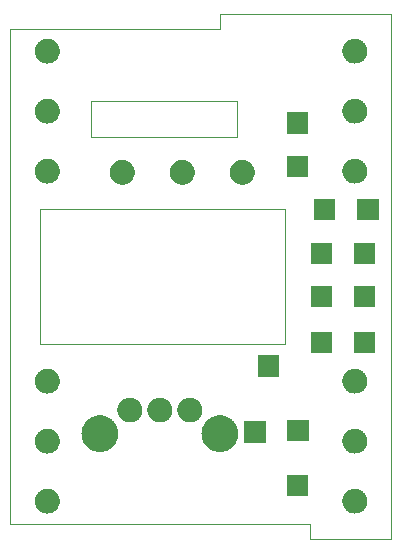
<source format=gbr>
G04 #@! TF.GenerationSoftware,KiCad,Pcbnew,6.0.0-unknown-bc26ccf~86~ubuntu18.04.1*
G04 #@! TF.CreationDate,2019-06-18T13:40:17+01:00*
G04 #@! TF.ProjectId,mouse8,6d6f7573-6538-42e6-9b69-6361645f7063,rev?*
G04 #@! TF.SameCoordinates,Original*
G04 #@! TF.FileFunction,Soldermask,Bot*
G04 #@! TF.FilePolarity,Negative*
%FSLAX46Y46*%
G04 Gerber Fmt 4.6, Leading zero omitted, Abs format (unit mm)*
G04 Created by KiCad (PCBNEW 6.0.0-unknown-bc26ccf~86~ubuntu18.04.1) date 2019-06-18 13:40:17*
%MOMM*%
%LPD*%
G04 APERTURE LIST*
%ADD10C,0.050000*%
%ADD11C,0.100000*%
G04 APERTURE END LIST*
D10*
X171653200Y-70916800D02*
X159308800Y-70916800D01*
X184632600Y-63500000D02*
X170180000Y-63500000D01*
X184632600Y-107950000D02*
X177800000Y-107950000D01*
X184632600Y-63500000D02*
X184632600Y-107950000D01*
X154940000Y-91440000D02*
X175717200Y-91440000D01*
X154940000Y-80010000D02*
X175717200Y-80010000D01*
X159308800Y-70916800D02*
X159308800Y-73914000D01*
X171653200Y-73914000D02*
X171653200Y-70916800D01*
X159308800Y-73914000D02*
X171653200Y-73914000D01*
X177800000Y-106680000D02*
X177800000Y-107950000D01*
X152400000Y-106680000D02*
X177800000Y-106680000D01*
X170180000Y-64770000D02*
X152400000Y-64770000D01*
X170180000Y-63500000D02*
X170180000Y-64770000D01*
X154940000Y-91440000D02*
X154940000Y-90805000D01*
X175717200Y-91440000D02*
X175717200Y-90805000D01*
X175717200Y-80010000D02*
X175717200Y-90805000D01*
X154940000Y-90805000D02*
X154940000Y-80010000D01*
X152400000Y-106680000D02*
X152400000Y-64770000D01*
D11*
G36*
X181669591Y-103724345D02*
G01*
X181720391Y-103724700D01*
X181771051Y-103735099D01*
X181816828Y-103739951D01*
X181866287Y-103754648D01*
X181922293Y-103766145D01*
X181964069Y-103783706D01*
X182001981Y-103794972D01*
X182053722Y-103821392D01*
X182112300Y-103846016D01*
X182144564Y-103867779D01*
X182174015Y-103882817D01*
X182225254Y-103922205D01*
X182283174Y-103961273D01*
X182306070Y-103984330D01*
X182327158Y-104000540D01*
X182374764Y-104053504D01*
X182428407Y-104107523D01*
X182442831Y-104129233D01*
X182456284Y-104144200D01*
X182496922Y-104210646D01*
X182542468Y-104279198D01*
X182549950Y-104297350D01*
X182557065Y-104308984D01*
X182587378Y-104388158D01*
X182621011Y-104469758D01*
X182623572Y-104482693D01*
X182626132Y-104489379D01*
X182642931Y-104580461D01*
X182661045Y-104671944D01*
X182657757Y-104907363D01*
X182654234Y-104922869D01*
X182654069Y-104928973D01*
X182632745Y-105017453D01*
X182612094Y-105108352D01*
X182609358Y-105114497D01*
X182609199Y-105115157D01*
X182551914Y-105243518D01*
X182528261Y-105296645D01*
X182474257Y-105373200D01*
X182420932Y-105450643D01*
X182416520Y-105455048D01*
X182409451Y-105465068D01*
X182344969Y-105526474D01*
X182284227Y-105587109D01*
X182273742Y-105594302D01*
X182260191Y-105607206D01*
X182189960Y-105651776D01*
X182124942Y-105696378D01*
X182107400Y-105704170D01*
X182086165Y-105717646D01*
X182014347Y-105745503D01*
X181948410Y-105774791D01*
X181923446Y-105780761D01*
X181894002Y-105792182D01*
X181824304Y-105804471D01*
X181760543Y-105819720D01*
X181728438Y-105821375D01*
X181691022Y-105827972D01*
X181626608Y-105826623D01*
X181567641Y-105829662D01*
X181529342Y-105824586D01*
X181484955Y-105823656D01*
X181428223Y-105811183D01*
X181376152Y-105804281D01*
X181333267Y-105790306D01*
X181283652Y-105779397D01*
X181236265Y-105758694D01*
X181192498Y-105744431D01*
X181147176Y-105719772D01*
X181094779Y-105696880D01*
X181057565Y-105671016D01*
X181022825Y-105652114D01*
X180977703Y-105615510D01*
X180925530Y-105579249D01*
X180898502Y-105551260D01*
X180872814Y-105530422D01*
X180830877Y-105481233D01*
X180782353Y-105430985D01*
X180764751Y-105403672D01*
X180747495Y-105383432D01*
X180711942Y-105321728D01*
X180670701Y-105257734D01*
X180661105Y-105233498D01*
X180651060Y-105216064D01*
X180625127Y-105142628D01*
X180594826Y-105066096D01*
X180591282Y-105046785D01*
X180586739Y-105033921D01*
X180573546Y-104950152D01*
X180557619Y-104863371D01*
X180557803Y-104850188D01*
X180556689Y-104843114D01*
X180559196Y-104750460D01*
X180560497Y-104657279D01*
X180561895Y-104650703D01*
X180561913Y-104650026D01*
X180591406Y-104511863D01*
X180603350Y-104455672D01*
X180640226Y-104369635D01*
X180676315Y-104282722D01*
X180679718Y-104277492D01*
X180684546Y-104266227D01*
X180734828Y-104192791D01*
X180781658Y-104120818D01*
X180790423Y-104111598D01*
X180800992Y-104096162D01*
X180860409Y-104037977D01*
X180914745Y-103980818D01*
X180930286Y-103969547D01*
X180948253Y-103951953D01*
X181012701Y-103909780D01*
X181071118Y-103867415D01*
X181094301Y-103856382D01*
X181120720Y-103839094D01*
X181186316Y-103812591D01*
X181245532Y-103784410D01*
X181276596Y-103776116D01*
X181311823Y-103761883D01*
X181375128Y-103749807D01*
X181432159Y-103734579D01*
X181470663Y-103731582D01*
X181514284Y-103723261D01*
X181572370Y-103723667D01*
X181624735Y-103719591D01*
X181669591Y-103724345D01*
X181669591Y-103724345D01*
G37*
G36*
X155634591Y-103724345D02*
G01*
X155685391Y-103724700D01*
X155736051Y-103735099D01*
X155781828Y-103739951D01*
X155831287Y-103754648D01*
X155887293Y-103766145D01*
X155929069Y-103783706D01*
X155966981Y-103794972D01*
X156018722Y-103821392D01*
X156077300Y-103846016D01*
X156109564Y-103867779D01*
X156139015Y-103882817D01*
X156190254Y-103922205D01*
X156248174Y-103961273D01*
X156271070Y-103984330D01*
X156292158Y-104000540D01*
X156339764Y-104053504D01*
X156393407Y-104107523D01*
X156407831Y-104129233D01*
X156421284Y-104144200D01*
X156461922Y-104210646D01*
X156507468Y-104279198D01*
X156514950Y-104297350D01*
X156522065Y-104308984D01*
X156552378Y-104388158D01*
X156586011Y-104469758D01*
X156588572Y-104482693D01*
X156591132Y-104489379D01*
X156607931Y-104580461D01*
X156626045Y-104671944D01*
X156622757Y-104907363D01*
X156619234Y-104922869D01*
X156619069Y-104928973D01*
X156597745Y-105017453D01*
X156577094Y-105108352D01*
X156574358Y-105114497D01*
X156574199Y-105115157D01*
X156516914Y-105243518D01*
X156493261Y-105296645D01*
X156439257Y-105373200D01*
X156385932Y-105450643D01*
X156381520Y-105455048D01*
X156374451Y-105465068D01*
X156309969Y-105526474D01*
X156249227Y-105587109D01*
X156238742Y-105594302D01*
X156225191Y-105607206D01*
X156154960Y-105651776D01*
X156089942Y-105696378D01*
X156072400Y-105704170D01*
X156051165Y-105717646D01*
X155979347Y-105745503D01*
X155913410Y-105774791D01*
X155888446Y-105780761D01*
X155859002Y-105792182D01*
X155789304Y-105804471D01*
X155725543Y-105819720D01*
X155693438Y-105821375D01*
X155656022Y-105827972D01*
X155591608Y-105826623D01*
X155532641Y-105829662D01*
X155494342Y-105824586D01*
X155449955Y-105823656D01*
X155393223Y-105811183D01*
X155341152Y-105804281D01*
X155298267Y-105790306D01*
X155248652Y-105779397D01*
X155201265Y-105758694D01*
X155157498Y-105744431D01*
X155112176Y-105719772D01*
X155059779Y-105696880D01*
X155022565Y-105671016D01*
X154987825Y-105652114D01*
X154942703Y-105615510D01*
X154890530Y-105579249D01*
X154863502Y-105551260D01*
X154837814Y-105530422D01*
X154795877Y-105481233D01*
X154747353Y-105430985D01*
X154729751Y-105403672D01*
X154712495Y-105383432D01*
X154676942Y-105321728D01*
X154635701Y-105257734D01*
X154626105Y-105233498D01*
X154616060Y-105216064D01*
X154590127Y-105142628D01*
X154559826Y-105066096D01*
X154556282Y-105046785D01*
X154551739Y-105033921D01*
X154538546Y-104950152D01*
X154522619Y-104863371D01*
X154522803Y-104850188D01*
X154521689Y-104843114D01*
X154524196Y-104750460D01*
X154525497Y-104657279D01*
X154526895Y-104650703D01*
X154526913Y-104650026D01*
X154556406Y-104511863D01*
X154568350Y-104455672D01*
X154605226Y-104369635D01*
X154641315Y-104282722D01*
X154644718Y-104277492D01*
X154649546Y-104266227D01*
X154699828Y-104192791D01*
X154746658Y-104120818D01*
X154755423Y-104111598D01*
X154765992Y-104096162D01*
X154825409Y-104037977D01*
X154879745Y-103980818D01*
X154895286Y-103969547D01*
X154913253Y-103951953D01*
X154977701Y-103909780D01*
X155036118Y-103867415D01*
X155059301Y-103856382D01*
X155085720Y-103839094D01*
X155151316Y-103812591D01*
X155210532Y-103784410D01*
X155241596Y-103776116D01*
X155276823Y-103761883D01*
X155340128Y-103749807D01*
X155397159Y-103734579D01*
X155435663Y-103731582D01*
X155479284Y-103723261D01*
X155537370Y-103723667D01*
X155589735Y-103719591D01*
X155634591Y-103724345D01*
X155634591Y-103724345D01*
G37*
G36*
X177685000Y-104329800D02*
G01*
X175883000Y-104329800D01*
X175883000Y-102527800D01*
X177685000Y-102527800D01*
X177685000Y-104329800D01*
X177685000Y-104329800D01*
G37*
G36*
X155634591Y-98644345D02*
G01*
X155685391Y-98644700D01*
X155736051Y-98655099D01*
X155781828Y-98659951D01*
X155831287Y-98674648D01*
X155887293Y-98686145D01*
X155929069Y-98703706D01*
X155966981Y-98714972D01*
X156018722Y-98741392D01*
X156077300Y-98766016D01*
X156109564Y-98787779D01*
X156139015Y-98802817D01*
X156190254Y-98842205D01*
X156248174Y-98881273D01*
X156271070Y-98904330D01*
X156292158Y-98920540D01*
X156339764Y-98973504D01*
X156393407Y-99027523D01*
X156407831Y-99049233D01*
X156421284Y-99064200D01*
X156461922Y-99130646D01*
X156507468Y-99199198D01*
X156514950Y-99217350D01*
X156522065Y-99228984D01*
X156552378Y-99308158D01*
X156586011Y-99389758D01*
X156588572Y-99402693D01*
X156591132Y-99409379D01*
X156607931Y-99500461D01*
X156626045Y-99591944D01*
X156622757Y-99827363D01*
X156619234Y-99842869D01*
X156619069Y-99848973D01*
X156597745Y-99937453D01*
X156577094Y-100028352D01*
X156574358Y-100034497D01*
X156574199Y-100035157D01*
X156516914Y-100163518D01*
X156493261Y-100216645D01*
X156439257Y-100293200D01*
X156385932Y-100370643D01*
X156381520Y-100375048D01*
X156374451Y-100385068D01*
X156309969Y-100446474D01*
X156249227Y-100507109D01*
X156238742Y-100514302D01*
X156225191Y-100527206D01*
X156154960Y-100571776D01*
X156089942Y-100616378D01*
X156072400Y-100624170D01*
X156051165Y-100637646D01*
X155979347Y-100665503D01*
X155913410Y-100694791D01*
X155888446Y-100700761D01*
X155859002Y-100712182D01*
X155789304Y-100724471D01*
X155725543Y-100739720D01*
X155693438Y-100741375D01*
X155656022Y-100747972D01*
X155591608Y-100746623D01*
X155532641Y-100749662D01*
X155494342Y-100744586D01*
X155449955Y-100743656D01*
X155393223Y-100731183D01*
X155341152Y-100724281D01*
X155298267Y-100710306D01*
X155248652Y-100699397D01*
X155201265Y-100678694D01*
X155157498Y-100664431D01*
X155112176Y-100639772D01*
X155059779Y-100616880D01*
X155022565Y-100591016D01*
X154987825Y-100572114D01*
X154942703Y-100535510D01*
X154890530Y-100499249D01*
X154863502Y-100471260D01*
X154837814Y-100450422D01*
X154795877Y-100401233D01*
X154747353Y-100350985D01*
X154729751Y-100323672D01*
X154712495Y-100303432D01*
X154676942Y-100241728D01*
X154635701Y-100177734D01*
X154626105Y-100153498D01*
X154616060Y-100136064D01*
X154590127Y-100062628D01*
X154559826Y-99986096D01*
X154556282Y-99966785D01*
X154551739Y-99953921D01*
X154538546Y-99870152D01*
X154522619Y-99783371D01*
X154522803Y-99770188D01*
X154521689Y-99763114D01*
X154524196Y-99670460D01*
X154525497Y-99577279D01*
X154526895Y-99570703D01*
X154526913Y-99570026D01*
X154556406Y-99431863D01*
X154568350Y-99375672D01*
X154605226Y-99289635D01*
X154641315Y-99202722D01*
X154644718Y-99197492D01*
X154649546Y-99186227D01*
X154699828Y-99112791D01*
X154746658Y-99040818D01*
X154755423Y-99031598D01*
X154765992Y-99016162D01*
X154825409Y-98957977D01*
X154879745Y-98900818D01*
X154895286Y-98889547D01*
X154913253Y-98871953D01*
X154977701Y-98829780D01*
X155036118Y-98787415D01*
X155059301Y-98776382D01*
X155085720Y-98759094D01*
X155151316Y-98732591D01*
X155210532Y-98704410D01*
X155241596Y-98696116D01*
X155276823Y-98681883D01*
X155340128Y-98669807D01*
X155397159Y-98654579D01*
X155435663Y-98651582D01*
X155479284Y-98643261D01*
X155537370Y-98643667D01*
X155589735Y-98639591D01*
X155634591Y-98644345D01*
X155634591Y-98644345D01*
G37*
G36*
X181669591Y-98644345D02*
G01*
X181720391Y-98644700D01*
X181771051Y-98655099D01*
X181816828Y-98659951D01*
X181866287Y-98674648D01*
X181922293Y-98686145D01*
X181964069Y-98703706D01*
X182001981Y-98714972D01*
X182053722Y-98741392D01*
X182112300Y-98766016D01*
X182144564Y-98787779D01*
X182174015Y-98802817D01*
X182225254Y-98842205D01*
X182283174Y-98881273D01*
X182306070Y-98904330D01*
X182327158Y-98920540D01*
X182374764Y-98973504D01*
X182428407Y-99027523D01*
X182442831Y-99049233D01*
X182456284Y-99064200D01*
X182496922Y-99130646D01*
X182542468Y-99199198D01*
X182549950Y-99217350D01*
X182557065Y-99228984D01*
X182587378Y-99308158D01*
X182621011Y-99389758D01*
X182623572Y-99402693D01*
X182626132Y-99409379D01*
X182642931Y-99500461D01*
X182661045Y-99591944D01*
X182657757Y-99827363D01*
X182654234Y-99842869D01*
X182654069Y-99848973D01*
X182632745Y-99937453D01*
X182612094Y-100028352D01*
X182609358Y-100034497D01*
X182609199Y-100035157D01*
X182551914Y-100163518D01*
X182528261Y-100216645D01*
X182474257Y-100293200D01*
X182420932Y-100370643D01*
X182416520Y-100375048D01*
X182409451Y-100385068D01*
X182344969Y-100446474D01*
X182284227Y-100507109D01*
X182273742Y-100514302D01*
X182260191Y-100527206D01*
X182189960Y-100571776D01*
X182124942Y-100616378D01*
X182107400Y-100624170D01*
X182086165Y-100637646D01*
X182014347Y-100665503D01*
X181948410Y-100694791D01*
X181923446Y-100700761D01*
X181894002Y-100712182D01*
X181824304Y-100724471D01*
X181760543Y-100739720D01*
X181728438Y-100741375D01*
X181691022Y-100747972D01*
X181626608Y-100746623D01*
X181567641Y-100749662D01*
X181529342Y-100744586D01*
X181484955Y-100743656D01*
X181428223Y-100731183D01*
X181376152Y-100724281D01*
X181333267Y-100710306D01*
X181283652Y-100699397D01*
X181236265Y-100678694D01*
X181192498Y-100664431D01*
X181147176Y-100639772D01*
X181094779Y-100616880D01*
X181057565Y-100591016D01*
X181022825Y-100572114D01*
X180977703Y-100535510D01*
X180925530Y-100499249D01*
X180898502Y-100471260D01*
X180872814Y-100450422D01*
X180830877Y-100401233D01*
X180782353Y-100350985D01*
X180764751Y-100323672D01*
X180747495Y-100303432D01*
X180711942Y-100241728D01*
X180670701Y-100177734D01*
X180661105Y-100153498D01*
X180651060Y-100136064D01*
X180625127Y-100062628D01*
X180594826Y-99986096D01*
X180591282Y-99966785D01*
X180586739Y-99953921D01*
X180573546Y-99870152D01*
X180557619Y-99783371D01*
X180557803Y-99770188D01*
X180556689Y-99763114D01*
X180559196Y-99670460D01*
X180560497Y-99577279D01*
X180561895Y-99570703D01*
X180561913Y-99570026D01*
X180591406Y-99431863D01*
X180603350Y-99375672D01*
X180640226Y-99289635D01*
X180676315Y-99202722D01*
X180679718Y-99197492D01*
X180684546Y-99186227D01*
X180734828Y-99112791D01*
X180781658Y-99040818D01*
X180790423Y-99031598D01*
X180800992Y-99016162D01*
X180860409Y-98957977D01*
X180914745Y-98900818D01*
X180930286Y-98889547D01*
X180948253Y-98871953D01*
X181012701Y-98829780D01*
X181071118Y-98787415D01*
X181094301Y-98776382D01*
X181120720Y-98759094D01*
X181186316Y-98732591D01*
X181245532Y-98704410D01*
X181276596Y-98696116D01*
X181311823Y-98681883D01*
X181375128Y-98669807D01*
X181432159Y-98654579D01*
X181470663Y-98651582D01*
X181514284Y-98643261D01*
X181572370Y-98643667D01*
X181624735Y-98639591D01*
X181669591Y-98644345D01*
X181669591Y-98644345D01*
G37*
G36*
X160034870Y-97507503D02*
G01*
X160090587Y-97505557D01*
X160157861Y-97514056D01*
X160220350Y-97517385D01*
X160276239Y-97529010D01*
X160338205Y-97536838D01*
X160396838Y-97554095D01*
X160451387Y-97565441D01*
X160511309Y-97587785D01*
X160577637Y-97607307D01*
X160626700Y-97630814D01*
X160672485Y-97647887D01*
X160734355Y-97682394D01*
X160802722Y-97715150D01*
X160841870Y-97742359D01*
X160878580Y-97762833D01*
X160939992Y-97810555D01*
X161007669Y-97857592D01*
X161037117Y-97886029D01*
X161064905Y-97907623D01*
X161123181Y-97969140D01*
X161187207Y-98030969D01*
X161207690Y-98058349D01*
X161227196Y-98078940D01*
X161279539Y-98154391D01*
X161336715Y-98230821D01*
X161349424Y-98255130D01*
X161361703Y-98272831D01*
X161405241Y-98361900D01*
X161452347Y-98452005D01*
X161458868Y-98471606D01*
X161465330Y-98484827D01*
X161497204Y-98586849D01*
X161531129Y-98688831D01*
X161533351Y-98702547D01*
X161535703Y-98710077D01*
X161553218Y-98825216D01*
X161571033Y-98935207D01*
X161568079Y-99217248D01*
X161561707Y-99251966D01*
X161561166Y-99270197D01*
X161541162Y-99363910D01*
X161523024Y-99462734D01*
X161515639Y-99483474D01*
X161512281Y-99499204D01*
X161474978Y-99597664D01*
X161439300Y-99697859D01*
X161431956Y-99711218D01*
X161428676Y-99719875D01*
X161372486Y-99819393D01*
X161319061Y-99916573D01*
X161313852Y-99923240D01*
X161312659Y-99925353D01*
X161227525Y-100033734D01*
X161165400Y-100113249D01*
X161084204Y-100188438D01*
X160994728Y-100272314D01*
X160990477Y-100275230D01*
X160982271Y-100282829D01*
X160891065Y-100343426D01*
X160800132Y-100405806D01*
X160789346Y-100411009D01*
X160774386Y-100420948D01*
X160679597Y-100463946D01*
X160587593Y-100508324D01*
X160569603Y-100513841D01*
X160547091Y-100524053D01*
X160452529Y-100549745D01*
X160361988Y-100577512D01*
X160336633Y-100581234D01*
X160306237Y-100589492D01*
X160215124Y-100599068D01*
X160128513Y-100611781D01*
X160096058Y-100611583D01*
X160058018Y-100615581D01*
X159973077Y-100610832D01*
X159892537Y-100610340D01*
X159853732Y-100604159D01*
X159808820Y-100601648D01*
X159732188Y-100584799D01*
X159659503Y-100573222D01*
X159615572Y-100559160D01*
X159565056Y-100548053D01*
X159498282Y-100521615D01*
X159434751Y-100501279D01*
X159387318Y-100477681D01*
X159332997Y-100456174D01*
X159277052Y-100422824D01*
X159223481Y-100396173D01*
X159174562Y-100361729D01*
X159118612Y-100328376D01*
X159073850Y-100290816D01*
X159030537Y-100260319D01*
X158982434Y-100214109D01*
X158927418Y-100167945D01*
X158893622Y-100128792D01*
X158860359Y-100096838D01*
X158815609Y-100038413D01*
X158764333Y-99979009D01*
X158740758Y-99940688D01*
X158716869Y-99909499D01*
X158678132Y-99838891D01*
X158633554Y-99766430D01*
X158618980Y-99731071D01*
X158603367Y-99702612D01*
X158573347Y-99620357D01*
X158538444Y-99535676D01*
X158531254Y-99505023D01*
X158522464Y-99480937D01*
X158503818Y-99388049D01*
X158481451Y-99292684D01*
X158479727Y-99268029D01*
X158476023Y-99249577D01*
X158471300Y-99147527D01*
X158464040Y-99043705D01*
X158465668Y-99025820D01*
X158465114Y-99013855D01*
X158476738Y-98904177D01*
X158486661Y-98795146D01*
X158489442Y-98784316D01*
X158489985Y-98779190D01*
X158521189Y-98660668D01*
X158548731Y-98553401D01*
X158589091Y-98461021D01*
X158643971Y-98334502D01*
X158645264Y-98332445D01*
X158648652Y-98324690D01*
X158708740Y-98231452D01*
X158769542Y-98134713D01*
X158775595Y-98127713D01*
X158783855Y-98114896D01*
X158855058Y-98035817D01*
X158923893Y-97956212D01*
X158936124Y-97945785D01*
X158950861Y-97929417D01*
X159029191Y-97866438D01*
X159103465Y-97803114D01*
X159122935Y-97791065D01*
X159145373Y-97773025D01*
X159227267Y-97726503D01*
X159304129Y-97678939D01*
X159331484Y-97667299D01*
X159362387Y-97649744D01*
X159444567Y-97619182D01*
X159521259Y-97586549D01*
X159556685Y-97577486D01*
X159596320Y-97562746D01*
X159675882Y-97546992D01*
X159749877Y-97528062D01*
X159793059Y-97523790D01*
X159841153Y-97514267D01*
X159915594Y-97511668D01*
X159984709Y-97504830D01*
X160034870Y-97507503D01*
X160034870Y-97507503D01*
G37*
G36*
X170194870Y-97507503D02*
G01*
X170250587Y-97505557D01*
X170317861Y-97514056D01*
X170380350Y-97517385D01*
X170436239Y-97529010D01*
X170498205Y-97536838D01*
X170556838Y-97554095D01*
X170611387Y-97565441D01*
X170671309Y-97587785D01*
X170737637Y-97607307D01*
X170786700Y-97630814D01*
X170832485Y-97647887D01*
X170894355Y-97682394D01*
X170962722Y-97715150D01*
X171001870Y-97742359D01*
X171038580Y-97762833D01*
X171099992Y-97810555D01*
X171167669Y-97857592D01*
X171197117Y-97886029D01*
X171224905Y-97907623D01*
X171283181Y-97969140D01*
X171347207Y-98030969D01*
X171367690Y-98058349D01*
X171387196Y-98078940D01*
X171439539Y-98154391D01*
X171496715Y-98230821D01*
X171509424Y-98255130D01*
X171521703Y-98272831D01*
X171565241Y-98361900D01*
X171612347Y-98452005D01*
X171618868Y-98471606D01*
X171625330Y-98484827D01*
X171657204Y-98586849D01*
X171691129Y-98688831D01*
X171693351Y-98702547D01*
X171695703Y-98710077D01*
X171713218Y-98825216D01*
X171731033Y-98935207D01*
X171728079Y-99217248D01*
X171721707Y-99251966D01*
X171721166Y-99270197D01*
X171701162Y-99363910D01*
X171683024Y-99462734D01*
X171675639Y-99483474D01*
X171672281Y-99499204D01*
X171634978Y-99597664D01*
X171599300Y-99697859D01*
X171591956Y-99711218D01*
X171588676Y-99719875D01*
X171532486Y-99819393D01*
X171479061Y-99916573D01*
X171473852Y-99923240D01*
X171472659Y-99925353D01*
X171387525Y-100033734D01*
X171325400Y-100113249D01*
X171244204Y-100188438D01*
X171154728Y-100272314D01*
X171150477Y-100275230D01*
X171142271Y-100282829D01*
X171051065Y-100343426D01*
X170960132Y-100405806D01*
X170949346Y-100411009D01*
X170934386Y-100420948D01*
X170839597Y-100463946D01*
X170747593Y-100508324D01*
X170729603Y-100513841D01*
X170707091Y-100524053D01*
X170612529Y-100549745D01*
X170521988Y-100577512D01*
X170496633Y-100581234D01*
X170466237Y-100589492D01*
X170375124Y-100599068D01*
X170288513Y-100611781D01*
X170256058Y-100611583D01*
X170218018Y-100615581D01*
X170133077Y-100610832D01*
X170052537Y-100610340D01*
X170013732Y-100604159D01*
X169968820Y-100601648D01*
X169892188Y-100584799D01*
X169819503Y-100573222D01*
X169775572Y-100559160D01*
X169725056Y-100548053D01*
X169658282Y-100521615D01*
X169594751Y-100501279D01*
X169547318Y-100477681D01*
X169492997Y-100456174D01*
X169437052Y-100422824D01*
X169383481Y-100396173D01*
X169334562Y-100361729D01*
X169278612Y-100328376D01*
X169233850Y-100290816D01*
X169190537Y-100260319D01*
X169142434Y-100214109D01*
X169087418Y-100167945D01*
X169053622Y-100128792D01*
X169020359Y-100096838D01*
X168975609Y-100038413D01*
X168924333Y-99979009D01*
X168900758Y-99940688D01*
X168876869Y-99909499D01*
X168838132Y-99838891D01*
X168793554Y-99766430D01*
X168778980Y-99731071D01*
X168763367Y-99702612D01*
X168733347Y-99620357D01*
X168698444Y-99535676D01*
X168691254Y-99505023D01*
X168682464Y-99480937D01*
X168663818Y-99388049D01*
X168641451Y-99292684D01*
X168639727Y-99268029D01*
X168636023Y-99249577D01*
X168631300Y-99147527D01*
X168624040Y-99043705D01*
X168625668Y-99025820D01*
X168625114Y-99013855D01*
X168636738Y-98904177D01*
X168646661Y-98795146D01*
X168649442Y-98784316D01*
X168649985Y-98779190D01*
X168681189Y-98660668D01*
X168708731Y-98553401D01*
X168749091Y-98461021D01*
X168803971Y-98334502D01*
X168805264Y-98332445D01*
X168808652Y-98324690D01*
X168868740Y-98231452D01*
X168929542Y-98134713D01*
X168935595Y-98127713D01*
X168943855Y-98114896D01*
X169015058Y-98035817D01*
X169083893Y-97956212D01*
X169096124Y-97945785D01*
X169110861Y-97929417D01*
X169189191Y-97866438D01*
X169263465Y-97803114D01*
X169282935Y-97791065D01*
X169305373Y-97773025D01*
X169387267Y-97726503D01*
X169464129Y-97678939D01*
X169491484Y-97667299D01*
X169522387Y-97649744D01*
X169604567Y-97619182D01*
X169681259Y-97586549D01*
X169716685Y-97577486D01*
X169756320Y-97562746D01*
X169835882Y-97546992D01*
X169909877Y-97528062D01*
X169953059Y-97523790D01*
X170001153Y-97514267D01*
X170075594Y-97511668D01*
X170144709Y-97504830D01*
X170194870Y-97507503D01*
X170194870Y-97507503D01*
G37*
G36*
X174052800Y-99834000D02*
G01*
X172250800Y-99834000D01*
X172250800Y-98032000D01*
X174052800Y-98032000D01*
X174052800Y-99834000D01*
X174052800Y-99834000D01*
G37*
G36*
X177710400Y-99732400D02*
G01*
X175908400Y-99732400D01*
X175908400Y-97930400D01*
X177710400Y-97930400D01*
X177710400Y-99732400D01*
X177710400Y-99732400D01*
G37*
G36*
X162619591Y-96009345D02*
G01*
X162670391Y-96009700D01*
X162721051Y-96020099D01*
X162766828Y-96024951D01*
X162816287Y-96039648D01*
X162872293Y-96051145D01*
X162914069Y-96068706D01*
X162951981Y-96079972D01*
X163003722Y-96106392D01*
X163062300Y-96131016D01*
X163094564Y-96152779D01*
X163124015Y-96167817D01*
X163175254Y-96207205D01*
X163233174Y-96246273D01*
X163256070Y-96269330D01*
X163277158Y-96285540D01*
X163324764Y-96338504D01*
X163378407Y-96392523D01*
X163392831Y-96414233D01*
X163406284Y-96429200D01*
X163446922Y-96495646D01*
X163492468Y-96564198D01*
X163499950Y-96582350D01*
X163507065Y-96593984D01*
X163537378Y-96673158D01*
X163571011Y-96754758D01*
X163573572Y-96767693D01*
X163576132Y-96774379D01*
X163592931Y-96865461D01*
X163611045Y-96956944D01*
X163607757Y-97192363D01*
X163604234Y-97207869D01*
X163604069Y-97213973D01*
X163582745Y-97302453D01*
X163562094Y-97393352D01*
X163559358Y-97399497D01*
X163559199Y-97400157D01*
X163502118Y-97528062D01*
X163478261Y-97581645D01*
X163424257Y-97658200D01*
X163370932Y-97735643D01*
X163366520Y-97740048D01*
X163359451Y-97750068D01*
X163294969Y-97811474D01*
X163234227Y-97872109D01*
X163223742Y-97879302D01*
X163210191Y-97892206D01*
X163139960Y-97936776D01*
X163074942Y-97981378D01*
X163057400Y-97989170D01*
X163036165Y-98002646D01*
X162964347Y-98030503D01*
X162898410Y-98059791D01*
X162873446Y-98065761D01*
X162844002Y-98077182D01*
X162774304Y-98089471D01*
X162710543Y-98104720D01*
X162678438Y-98106375D01*
X162641022Y-98112972D01*
X162576608Y-98111623D01*
X162517641Y-98114662D01*
X162479342Y-98109586D01*
X162434955Y-98108656D01*
X162378223Y-98096183D01*
X162326152Y-98089281D01*
X162283267Y-98075306D01*
X162233652Y-98064397D01*
X162186265Y-98043694D01*
X162142498Y-98029431D01*
X162097176Y-98004772D01*
X162044779Y-97981880D01*
X162007565Y-97956016D01*
X161972825Y-97937114D01*
X161927703Y-97900510D01*
X161875530Y-97864249D01*
X161848502Y-97836260D01*
X161822814Y-97815422D01*
X161780877Y-97766233D01*
X161732353Y-97715985D01*
X161714751Y-97688672D01*
X161697495Y-97668432D01*
X161661942Y-97606728D01*
X161620701Y-97542734D01*
X161611105Y-97518498D01*
X161601060Y-97501064D01*
X161575127Y-97427628D01*
X161544826Y-97351096D01*
X161541282Y-97331785D01*
X161536739Y-97318921D01*
X161523546Y-97235152D01*
X161507619Y-97148371D01*
X161507803Y-97135188D01*
X161506689Y-97128114D01*
X161509196Y-97035460D01*
X161510497Y-96942279D01*
X161511895Y-96935703D01*
X161511913Y-96935026D01*
X161541406Y-96796863D01*
X161553350Y-96740672D01*
X161590226Y-96654635D01*
X161626315Y-96567722D01*
X161629718Y-96562492D01*
X161634546Y-96551227D01*
X161684828Y-96477791D01*
X161731658Y-96405818D01*
X161740423Y-96396598D01*
X161750992Y-96381162D01*
X161810409Y-96322977D01*
X161864745Y-96265818D01*
X161880286Y-96254547D01*
X161898253Y-96236953D01*
X161962701Y-96194780D01*
X162021118Y-96152415D01*
X162044301Y-96141382D01*
X162070720Y-96124094D01*
X162136316Y-96097591D01*
X162195532Y-96069410D01*
X162226596Y-96061116D01*
X162261823Y-96046883D01*
X162325128Y-96034807D01*
X162382159Y-96019579D01*
X162420663Y-96016582D01*
X162464284Y-96008261D01*
X162522370Y-96008667D01*
X162574735Y-96004591D01*
X162619591Y-96009345D01*
X162619591Y-96009345D01*
G37*
G36*
X167699591Y-96009345D02*
G01*
X167750391Y-96009700D01*
X167801051Y-96020099D01*
X167846828Y-96024951D01*
X167896287Y-96039648D01*
X167952293Y-96051145D01*
X167994069Y-96068706D01*
X168031981Y-96079972D01*
X168083722Y-96106392D01*
X168142300Y-96131016D01*
X168174564Y-96152779D01*
X168204015Y-96167817D01*
X168255254Y-96207205D01*
X168313174Y-96246273D01*
X168336070Y-96269330D01*
X168357158Y-96285540D01*
X168404764Y-96338504D01*
X168458407Y-96392523D01*
X168472831Y-96414233D01*
X168486284Y-96429200D01*
X168526922Y-96495646D01*
X168572468Y-96564198D01*
X168579950Y-96582350D01*
X168587065Y-96593984D01*
X168617378Y-96673158D01*
X168651011Y-96754758D01*
X168653572Y-96767693D01*
X168656132Y-96774379D01*
X168672931Y-96865461D01*
X168691045Y-96956944D01*
X168687757Y-97192363D01*
X168684234Y-97207869D01*
X168684069Y-97213973D01*
X168662745Y-97302453D01*
X168642094Y-97393352D01*
X168639358Y-97399497D01*
X168639199Y-97400157D01*
X168582118Y-97528062D01*
X168558261Y-97581645D01*
X168504257Y-97658200D01*
X168450932Y-97735643D01*
X168446520Y-97740048D01*
X168439451Y-97750068D01*
X168374969Y-97811474D01*
X168314227Y-97872109D01*
X168303742Y-97879302D01*
X168290191Y-97892206D01*
X168219960Y-97936776D01*
X168154942Y-97981378D01*
X168137400Y-97989170D01*
X168116165Y-98002646D01*
X168044347Y-98030503D01*
X167978410Y-98059791D01*
X167953446Y-98065761D01*
X167924002Y-98077182D01*
X167854304Y-98089471D01*
X167790543Y-98104720D01*
X167758438Y-98106375D01*
X167721022Y-98112972D01*
X167656608Y-98111623D01*
X167597641Y-98114662D01*
X167559342Y-98109586D01*
X167514955Y-98108656D01*
X167458223Y-98096183D01*
X167406152Y-98089281D01*
X167363267Y-98075306D01*
X167313652Y-98064397D01*
X167266265Y-98043694D01*
X167222498Y-98029431D01*
X167177176Y-98004772D01*
X167124779Y-97981880D01*
X167087565Y-97956016D01*
X167052825Y-97937114D01*
X167007703Y-97900510D01*
X166955530Y-97864249D01*
X166928502Y-97836260D01*
X166902814Y-97815422D01*
X166860877Y-97766233D01*
X166812353Y-97715985D01*
X166794751Y-97688672D01*
X166777495Y-97668432D01*
X166741942Y-97606728D01*
X166700701Y-97542734D01*
X166691105Y-97518498D01*
X166681060Y-97501064D01*
X166655127Y-97427628D01*
X166624826Y-97351096D01*
X166621282Y-97331785D01*
X166616739Y-97318921D01*
X166603546Y-97235152D01*
X166587619Y-97148371D01*
X166587803Y-97135188D01*
X166586689Y-97128114D01*
X166589196Y-97035460D01*
X166590497Y-96942279D01*
X166591895Y-96935703D01*
X166591913Y-96935026D01*
X166621406Y-96796863D01*
X166633350Y-96740672D01*
X166670226Y-96654635D01*
X166706315Y-96567722D01*
X166709718Y-96562492D01*
X166714546Y-96551227D01*
X166764828Y-96477791D01*
X166811658Y-96405818D01*
X166820423Y-96396598D01*
X166830992Y-96381162D01*
X166890409Y-96322977D01*
X166944745Y-96265818D01*
X166960286Y-96254547D01*
X166978253Y-96236953D01*
X167042701Y-96194780D01*
X167101118Y-96152415D01*
X167124301Y-96141382D01*
X167150720Y-96124094D01*
X167216316Y-96097591D01*
X167275532Y-96069410D01*
X167306596Y-96061116D01*
X167341823Y-96046883D01*
X167405128Y-96034807D01*
X167462159Y-96019579D01*
X167500663Y-96016582D01*
X167544284Y-96008261D01*
X167602370Y-96008667D01*
X167654735Y-96004591D01*
X167699591Y-96009345D01*
X167699591Y-96009345D01*
G37*
G36*
X165159591Y-96009345D02*
G01*
X165210391Y-96009700D01*
X165261051Y-96020099D01*
X165306828Y-96024951D01*
X165356287Y-96039648D01*
X165412293Y-96051145D01*
X165454069Y-96068706D01*
X165491981Y-96079972D01*
X165543722Y-96106392D01*
X165602300Y-96131016D01*
X165634564Y-96152779D01*
X165664015Y-96167817D01*
X165715254Y-96207205D01*
X165773174Y-96246273D01*
X165796070Y-96269330D01*
X165817158Y-96285540D01*
X165864764Y-96338504D01*
X165918407Y-96392523D01*
X165932831Y-96414233D01*
X165946284Y-96429200D01*
X165986922Y-96495646D01*
X166032468Y-96564198D01*
X166039950Y-96582350D01*
X166047065Y-96593984D01*
X166077378Y-96673158D01*
X166111011Y-96754758D01*
X166113572Y-96767693D01*
X166116132Y-96774379D01*
X166132931Y-96865461D01*
X166151045Y-96956944D01*
X166147757Y-97192363D01*
X166144234Y-97207869D01*
X166144069Y-97213973D01*
X166122745Y-97302453D01*
X166102094Y-97393352D01*
X166099358Y-97399497D01*
X166099199Y-97400157D01*
X166042118Y-97528062D01*
X166018261Y-97581645D01*
X165964257Y-97658200D01*
X165910932Y-97735643D01*
X165906520Y-97740048D01*
X165899451Y-97750068D01*
X165834969Y-97811474D01*
X165774227Y-97872109D01*
X165763742Y-97879302D01*
X165750191Y-97892206D01*
X165679960Y-97936776D01*
X165614942Y-97981378D01*
X165597400Y-97989170D01*
X165576165Y-98002646D01*
X165504347Y-98030503D01*
X165438410Y-98059791D01*
X165413446Y-98065761D01*
X165384002Y-98077182D01*
X165314304Y-98089471D01*
X165250543Y-98104720D01*
X165218438Y-98106375D01*
X165181022Y-98112972D01*
X165116608Y-98111623D01*
X165057641Y-98114662D01*
X165019342Y-98109586D01*
X164974955Y-98108656D01*
X164918223Y-98096183D01*
X164866152Y-98089281D01*
X164823267Y-98075306D01*
X164773652Y-98064397D01*
X164726265Y-98043694D01*
X164682498Y-98029431D01*
X164637176Y-98004772D01*
X164584779Y-97981880D01*
X164547565Y-97956016D01*
X164512825Y-97937114D01*
X164467703Y-97900510D01*
X164415530Y-97864249D01*
X164388502Y-97836260D01*
X164362814Y-97815422D01*
X164320877Y-97766233D01*
X164272353Y-97715985D01*
X164254751Y-97688672D01*
X164237495Y-97668432D01*
X164201942Y-97606728D01*
X164160701Y-97542734D01*
X164151105Y-97518498D01*
X164141060Y-97501064D01*
X164115127Y-97427628D01*
X164084826Y-97351096D01*
X164081282Y-97331785D01*
X164076739Y-97318921D01*
X164063546Y-97235152D01*
X164047619Y-97148371D01*
X164047803Y-97135188D01*
X164046689Y-97128114D01*
X164049196Y-97035460D01*
X164050497Y-96942279D01*
X164051895Y-96935703D01*
X164051913Y-96935026D01*
X164081406Y-96796863D01*
X164093350Y-96740672D01*
X164130226Y-96654635D01*
X164166315Y-96567722D01*
X164169718Y-96562492D01*
X164174546Y-96551227D01*
X164224828Y-96477791D01*
X164271658Y-96405818D01*
X164280423Y-96396598D01*
X164290992Y-96381162D01*
X164350409Y-96322977D01*
X164404745Y-96265818D01*
X164420286Y-96254547D01*
X164438253Y-96236953D01*
X164502701Y-96194780D01*
X164561118Y-96152415D01*
X164584301Y-96141382D01*
X164610720Y-96124094D01*
X164676316Y-96097591D01*
X164735532Y-96069410D01*
X164766596Y-96061116D01*
X164801823Y-96046883D01*
X164865128Y-96034807D01*
X164922159Y-96019579D01*
X164960663Y-96016582D01*
X165004284Y-96008261D01*
X165062370Y-96008667D01*
X165114735Y-96004591D01*
X165159591Y-96009345D01*
X165159591Y-96009345D01*
G37*
G36*
X181669591Y-93564345D02*
G01*
X181720391Y-93564700D01*
X181771051Y-93575099D01*
X181816828Y-93579951D01*
X181866287Y-93594648D01*
X181922293Y-93606145D01*
X181964069Y-93623706D01*
X182001981Y-93634972D01*
X182053722Y-93661392D01*
X182112300Y-93686016D01*
X182144564Y-93707779D01*
X182174015Y-93722817D01*
X182225254Y-93762205D01*
X182283174Y-93801273D01*
X182306070Y-93824330D01*
X182327158Y-93840540D01*
X182374764Y-93893504D01*
X182428407Y-93947523D01*
X182442831Y-93969233D01*
X182456284Y-93984200D01*
X182496922Y-94050646D01*
X182542468Y-94119198D01*
X182549950Y-94137350D01*
X182557065Y-94148984D01*
X182587378Y-94228158D01*
X182621011Y-94309758D01*
X182623572Y-94322693D01*
X182626132Y-94329379D01*
X182642931Y-94420461D01*
X182661045Y-94511944D01*
X182657757Y-94747363D01*
X182654234Y-94762869D01*
X182654069Y-94768973D01*
X182632745Y-94857453D01*
X182612094Y-94948352D01*
X182609358Y-94954497D01*
X182609199Y-94955157D01*
X182551914Y-95083518D01*
X182528261Y-95136645D01*
X182474257Y-95213200D01*
X182420932Y-95290643D01*
X182416520Y-95295048D01*
X182409451Y-95305068D01*
X182344969Y-95366474D01*
X182284227Y-95427109D01*
X182273742Y-95434302D01*
X182260191Y-95447206D01*
X182189960Y-95491776D01*
X182124942Y-95536378D01*
X182107400Y-95544170D01*
X182086165Y-95557646D01*
X182014347Y-95585503D01*
X181948410Y-95614791D01*
X181923446Y-95620761D01*
X181894002Y-95632182D01*
X181824304Y-95644471D01*
X181760543Y-95659720D01*
X181728438Y-95661375D01*
X181691022Y-95667972D01*
X181626608Y-95666623D01*
X181567641Y-95669662D01*
X181529342Y-95664586D01*
X181484955Y-95663656D01*
X181428223Y-95651183D01*
X181376152Y-95644281D01*
X181333267Y-95630306D01*
X181283652Y-95619397D01*
X181236265Y-95598694D01*
X181192498Y-95584431D01*
X181147176Y-95559772D01*
X181094779Y-95536880D01*
X181057565Y-95511016D01*
X181022825Y-95492114D01*
X180977703Y-95455510D01*
X180925530Y-95419249D01*
X180898502Y-95391260D01*
X180872814Y-95370422D01*
X180830877Y-95321233D01*
X180782353Y-95270985D01*
X180764751Y-95243672D01*
X180747495Y-95223432D01*
X180711942Y-95161728D01*
X180670701Y-95097734D01*
X180661105Y-95073498D01*
X180651060Y-95056064D01*
X180625127Y-94982628D01*
X180594826Y-94906096D01*
X180591282Y-94886785D01*
X180586739Y-94873921D01*
X180573546Y-94790152D01*
X180557619Y-94703371D01*
X180557803Y-94690188D01*
X180556689Y-94683114D01*
X180559196Y-94590460D01*
X180560497Y-94497279D01*
X180561895Y-94490703D01*
X180561913Y-94490026D01*
X180591406Y-94351863D01*
X180603350Y-94295672D01*
X180640226Y-94209635D01*
X180676315Y-94122722D01*
X180679718Y-94117492D01*
X180684546Y-94106227D01*
X180734828Y-94032791D01*
X180781658Y-93960818D01*
X180790423Y-93951598D01*
X180800992Y-93936162D01*
X180860409Y-93877977D01*
X180914745Y-93820818D01*
X180930286Y-93809547D01*
X180948253Y-93791953D01*
X181012701Y-93749780D01*
X181071118Y-93707415D01*
X181094301Y-93696382D01*
X181120720Y-93679094D01*
X181186316Y-93652591D01*
X181245532Y-93624410D01*
X181276596Y-93616116D01*
X181311823Y-93601883D01*
X181375128Y-93589807D01*
X181432159Y-93574579D01*
X181470663Y-93571582D01*
X181514284Y-93563261D01*
X181572370Y-93563667D01*
X181624735Y-93559591D01*
X181669591Y-93564345D01*
X181669591Y-93564345D01*
G37*
G36*
X155634591Y-93564345D02*
G01*
X155685391Y-93564700D01*
X155736051Y-93575099D01*
X155781828Y-93579951D01*
X155831287Y-93594648D01*
X155887293Y-93606145D01*
X155929069Y-93623706D01*
X155966981Y-93634972D01*
X156018722Y-93661392D01*
X156077300Y-93686016D01*
X156109564Y-93707779D01*
X156139015Y-93722817D01*
X156190254Y-93762205D01*
X156248174Y-93801273D01*
X156271070Y-93824330D01*
X156292158Y-93840540D01*
X156339764Y-93893504D01*
X156393407Y-93947523D01*
X156407831Y-93969233D01*
X156421284Y-93984200D01*
X156461922Y-94050646D01*
X156507468Y-94119198D01*
X156514950Y-94137350D01*
X156522065Y-94148984D01*
X156552378Y-94228158D01*
X156586011Y-94309758D01*
X156588572Y-94322693D01*
X156591132Y-94329379D01*
X156607931Y-94420461D01*
X156626045Y-94511944D01*
X156622757Y-94747363D01*
X156619234Y-94762869D01*
X156619069Y-94768973D01*
X156597745Y-94857453D01*
X156577094Y-94948352D01*
X156574358Y-94954497D01*
X156574199Y-94955157D01*
X156516914Y-95083518D01*
X156493261Y-95136645D01*
X156439257Y-95213200D01*
X156385932Y-95290643D01*
X156381520Y-95295048D01*
X156374451Y-95305068D01*
X156309969Y-95366474D01*
X156249227Y-95427109D01*
X156238742Y-95434302D01*
X156225191Y-95447206D01*
X156154960Y-95491776D01*
X156089942Y-95536378D01*
X156072400Y-95544170D01*
X156051165Y-95557646D01*
X155979347Y-95585503D01*
X155913410Y-95614791D01*
X155888446Y-95620761D01*
X155859002Y-95632182D01*
X155789304Y-95644471D01*
X155725543Y-95659720D01*
X155693438Y-95661375D01*
X155656022Y-95667972D01*
X155591608Y-95666623D01*
X155532641Y-95669662D01*
X155494342Y-95664586D01*
X155449955Y-95663656D01*
X155393223Y-95651183D01*
X155341152Y-95644281D01*
X155298267Y-95630306D01*
X155248652Y-95619397D01*
X155201265Y-95598694D01*
X155157498Y-95584431D01*
X155112176Y-95559772D01*
X155059779Y-95536880D01*
X155022565Y-95511016D01*
X154987825Y-95492114D01*
X154942703Y-95455510D01*
X154890530Y-95419249D01*
X154863502Y-95391260D01*
X154837814Y-95370422D01*
X154795877Y-95321233D01*
X154747353Y-95270985D01*
X154729751Y-95243672D01*
X154712495Y-95223432D01*
X154676942Y-95161728D01*
X154635701Y-95097734D01*
X154626105Y-95073498D01*
X154616060Y-95056064D01*
X154590127Y-94982628D01*
X154559826Y-94906096D01*
X154556282Y-94886785D01*
X154551739Y-94873921D01*
X154538546Y-94790152D01*
X154522619Y-94703371D01*
X154522803Y-94690188D01*
X154521689Y-94683114D01*
X154524196Y-94590460D01*
X154525497Y-94497279D01*
X154526895Y-94490703D01*
X154526913Y-94490026D01*
X154556406Y-94351863D01*
X154568350Y-94295672D01*
X154605226Y-94209635D01*
X154641315Y-94122722D01*
X154644718Y-94117492D01*
X154649546Y-94106227D01*
X154699828Y-94032791D01*
X154746658Y-93960818D01*
X154755423Y-93951598D01*
X154765992Y-93936162D01*
X154825409Y-93877977D01*
X154879745Y-93820818D01*
X154895286Y-93809547D01*
X154913253Y-93791953D01*
X154977701Y-93749780D01*
X155036118Y-93707415D01*
X155059301Y-93696382D01*
X155085720Y-93679094D01*
X155151316Y-93652591D01*
X155210532Y-93624410D01*
X155241596Y-93616116D01*
X155276823Y-93601883D01*
X155340128Y-93589807D01*
X155397159Y-93574579D01*
X155435663Y-93571582D01*
X155479284Y-93563261D01*
X155537370Y-93563667D01*
X155589735Y-93559591D01*
X155634591Y-93564345D01*
X155634591Y-93564345D01*
G37*
G36*
X175221200Y-94246000D02*
G01*
X173419200Y-94246000D01*
X173419200Y-92444000D01*
X175221200Y-92444000D01*
X175221200Y-94246000D01*
X175221200Y-94246000D01*
G37*
G36*
X179666200Y-92239400D02*
G01*
X177864200Y-92239400D01*
X177864200Y-90437400D01*
X179666200Y-90437400D01*
X179666200Y-92239400D01*
X179666200Y-92239400D01*
G37*
G36*
X183349200Y-92239400D02*
G01*
X181547200Y-92239400D01*
X181547200Y-90437400D01*
X183349200Y-90437400D01*
X183349200Y-92239400D01*
X183349200Y-92239400D01*
G37*
G36*
X183323800Y-88378600D02*
G01*
X181521800Y-88378600D01*
X181521800Y-86576600D01*
X183323800Y-86576600D01*
X183323800Y-88378600D01*
X183323800Y-88378600D01*
G37*
G36*
X179666200Y-88378600D02*
G01*
X177864200Y-88378600D01*
X177864200Y-86576600D01*
X179666200Y-86576600D01*
X179666200Y-88378600D01*
X179666200Y-88378600D01*
G37*
G36*
X183349200Y-84695600D02*
G01*
X181547200Y-84695600D01*
X181547200Y-82893600D01*
X183349200Y-82893600D01*
X183349200Y-84695600D01*
X183349200Y-84695600D01*
G37*
G36*
X179666200Y-84695600D02*
G01*
X177864200Y-84695600D01*
X177864200Y-82893600D01*
X179666200Y-82893600D01*
X179666200Y-84695600D01*
X179666200Y-84695600D01*
G37*
G36*
X183628600Y-81012600D02*
G01*
X181826600Y-81012600D01*
X181826600Y-79210600D01*
X183628600Y-79210600D01*
X183628600Y-81012600D01*
X183628600Y-81012600D01*
G37*
G36*
X179971000Y-81012600D02*
G01*
X178169000Y-81012600D01*
X178169000Y-79210600D01*
X179971000Y-79210600D01*
X179971000Y-81012600D01*
X179971000Y-81012600D01*
G37*
G36*
X167064591Y-75884345D02*
G01*
X167115391Y-75884700D01*
X167166051Y-75895099D01*
X167211828Y-75899951D01*
X167261287Y-75914648D01*
X167317293Y-75926145D01*
X167359069Y-75943706D01*
X167396981Y-75954972D01*
X167448722Y-75981392D01*
X167507300Y-76006016D01*
X167539564Y-76027779D01*
X167569015Y-76042817D01*
X167620254Y-76082205D01*
X167678174Y-76121273D01*
X167701070Y-76144330D01*
X167722158Y-76160540D01*
X167769764Y-76213504D01*
X167823407Y-76267523D01*
X167837831Y-76289233D01*
X167851284Y-76304200D01*
X167891922Y-76370646D01*
X167937468Y-76439198D01*
X167944950Y-76457350D01*
X167952065Y-76468984D01*
X167982378Y-76548158D01*
X168016011Y-76629758D01*
X168018572Y-76642693D01*
X168021132Y-76649379D01*
X168037931Y-76740461D01*
X168056045Y-76831944D01*
X168052757Y-77067363D01*
X168049234Y-77082869D01*
X168049069Y-77088973D01*
X168027745Y-77177453D01*
X168007094Y-77268352D01*
X168004358Y-77274497D01*
X168004199Y-77275157D01*
X167946914Y-77403518D01*
X167923261Y-77456645D01*
X167869257Y-77533200D01*
X167815932Y-77610643D01*
X167811520Y-77615048D01*
X167804451Y-77625068D01*
X167739969Y-77686474D01*
X167679227Y-77747109D01*
X167668742Y-77754302D01*
X167655191Y-77767206D01*
X167584960Y-77811776D01*
X167519942Y-77856378D01*
X167502400Y-77864170D01*
X167481165Y-77877646D01*
X167409347Y-77905503D01*
X167343410Y-77934791D01*
X167318446Y-77940761D01*
X167289002Y-77952182D01*
X167219304Y-77964471D01*
X167155543Y-77979720D01*
X167123438Y-77981375D01*
X167086022Y-77987972D01*
X167021608Y-77986623D01*
X166962641Y-77989662D01*
X166924342Y-77984586D01*
X166879955Y-77983656D01*
X166823223Y-77971183D01*
X166771152Y-77964281D01*
X166728267Y-77950306D01*
X166678652Y-77939397D01*
X166631265Y-77918694D01*
X166587498Y-77904431D01*
X166542176Y-77879772D01*
X166489779Y-77856880D01*
X166452565Y-77831016D01*
X166417825Y-77812114D01*
X166372703Y-77775510D01*
X166320530Y-77739249D01*
X166293502Y-77711260D01*
X166267814Y-77690422D01*
X166225877Y-77641233D01*
X166177353Y-77590985D01*
X166159751Y-77563672D01*
X166142495Y-77543432D01*
X166106942Y-77481728D01*
X166065701Y-77417734D01*
X166056105Y-77393498D01*
X166046060Y-77376064D01*
X166020127Y-77302628D01*
X165989826Y-77226096D01*
X165986282Y-77206785D01*
X165981739Y-77193921D01*
X165968546Y-77110152D01*
X165952619Y-77023371D01*
X165952803Y-77010188D01*
X165951689Y-77003114D01*
X165954196Y-76910460D01*
X165955497Y-76817279D01*
X165956895Y-76810703D01*
X165956913Y-76810026D01*
X165986406Y-76671863D01*
X165998350Y-76615672D01*
X166035226Y-76529635D01*
X166071315Y-76442722D01*
X166074718Y-76437492D01*
X166079546Y-76426227D01*
X166129828Y-76352791D01*
X166176658Y-76280818D01*
X166185423Y-76271598D01*
X166195992Y-76256162D01*
X166255409Y-76197977D01*
X166309745Y-76140818D01*
X166325286Y-76129547D01*
X166343253Y-76111953D01*
X166407701Y-76069780D01*
X166466118Y-76027415D01*
X166489301Y-76016382D01*
X166515720Y-75999094D01*
X166581316Y-75972591D01*
X166640532Y-75944410D01*
X166671596Y-75936116D01*
X166706823Y-75921883D01*
X166770128Y-75909807D01*
X166827159Y-75894579D01*
X166865663Y-75891582D01*
X166909284Y-75883261D01*
X166967370Y-75883667D01*
X167019735Y-75879591D01*
X167064591Y-75884345D01*
X167064591Y-75884345D01*
G37*
G36*
X172144591Y-75884345D02*
G01*
X172195391Y-75884700D01*
X172246051Y-75895099D01*
X172291828Y-75899951D01*
X172341287Y-75914648D01*
X172397293Y-75926145D01*
X172439069Y-75943706D01*
X172476981Y-75954972D01*
X172528722Y-75981392D01*
X172587300Y-76006016D01*
X172619564Y-76027779D01*
X172649015Y-76042817D01*
X172700254Y-76082205D01*
X172758174Y-76121273D01*
X172781070Y-76144330D01*
X172802158Y-76160540D01*
X172849764Y-76213504D01*
X172903407Y-76267523D01*
X172917831Y-76289233D01*
X172931284Y-76304200D01*
X172971922Y-76370646D01*
X173017468Y-76439198D01*
X173024950Y-76457350D01*
X173032065Y-76468984D01*
X173062378Y-76548158D01*
X173096011Y-76629758D01*
X173098572Y-76642693D01*
X173101132Y-76649379D01*
X173117931Y-76740461D01*
X173136045Y-76831944D01*
X173132757Y-77067363D01*
X173129234Y-77082869D01*
X173129069Y-77088973D01*
X173107745Y-77177453D01*
X173087094Y-77268352D01*
X173084358Y-77274497D01*
X173084199Y-77275157D01*
X173026914Y-77403518D01*
X173003261Y-77456645D01*
X172949257Y-77533200D01*
X172895932Y-77610643D01*
X172891520Y-77615048D01*
X172884451Y-77625068D01*
X172819969Y-77686474D01*
X172759227Y-77747109D01*
X172748742Y-77754302D01*
X172735191Y-77767206D01*
X172664960Y-77811776D01*
X172599942Y-77856378D01*
X172582400Y-77864170D01*
X172561165Y-77877646D01*
X172489347Y-77905503D01*
X172423410Y-77934791D01*
X172398446Y-77940761D01*
X172369002Y-77952182D01*
X172299304Y-77964471D01*
X172235543Y-77979720D01*
X172203438Y-77981375D01*
X172166022Y-77987972D01*
X172101608Y-77986623D01*
X172042641Y-77989662D01*
X172004342Y-77984586D01*
X171959955Y-77983656D01*
X171903223Y-77971183D01*
X171851152Y-77964281D01*
X171808267Y-77950306D01*
X171758652Y-77939397D01*
X171711265Y-77918694D01*
X171667498Y-77904431D01*
X171622176Y-77879772D01*
X171569779Y-77856880D01*
X171532565Y-77831016D01*
X171497825Y-77812114D01*
X171452703Y-77775510D01*
X171400530Y-77739249D01*
X171373502Y-77711260D01*
X171347814Y-77690422D01*
X171305877Y-77641233D01*
X171257353Y-77590985D01*
X171239751Y-77563672D01*
X171222495Y-77543432D01*
X171186942Y-77481728D01*
X171145701Y-77417734D01*
X171136105Y-77393498D01*
X171126060Y-77376064D01*
X171100127Y-77302628D01*
X171069826Y-77226096D01*
X171066282Y-77206785D01*
X171061739Y-77193921D01*
X171048546Y-77110152D01*
X171032619Y-77023371D01*
X171032803Y-77010188D01*
X171031689Y-77003114D01*
X171034196Y-76910460D01*
X171035497Y-76817279D01*
X171036895Y-76810703D01*
X171036913Y-76810026D01*
X171066406Y-76671863D01*
X171078350Y-76615672D01*
X171115226Y-76529635D01*
X171151315Y-76442722D01*
X171154718Y-76437492D01*
X171159546Y-76426227D01*
X171209828Y-76352791D01*
X171256658Y-76280818D01*
X171265423Y-76271598D01*
X171275992Y-76256162D01*
X171335409Y-76197977D01*
X171389745Y-76140818D01*
X171405286Y-76129547D01*
X171423253Y-76111953D01*
X171487701Y-76069780D01*
X171546118Y-76027415D01*
X171569301Y-76016382D01*
X171595720Y-75999094D01*
X171661316Y-75972591D01*
X171720532Y-75944410D01*
X171751596Y-75936116D01*
X171786823Y-75921883D01*
X171850128Y-75909807D01*
X171907159Y-75894579D01*
X171945663Y-75891582D01*
X171989284Y-75883261D01*
X172047370Y-75883667D01*
X172099735Y-75879591D01*
X172144591Y-75884345D01*
X172144591Y-75884345D01*
G37*
G36*
X161984591Y-75884345D02*
G01*
X162035391Y-75884700D01*
X162086051Y-75895099D01*
X162131828Y-75899951D01*
X162181287Y-75914648D01*
X162237293Y-75926145D01*
X162279069Y-75943706D01*
X162316981Y-75954972D01*
X162368722Y-75981392D01*
X162427300Y-76006016D01*
X162459564Y-76027779D01*
X162489015Y-76042817D01*
X162540254Y-76082205D01*
X162598174Y-76121273D01*
X162621070Y-76144330D01*
X162642158Y-76160540D01*
X162689764Y-76213504D01*
X162743407Y-76267523D01*
X162757831Y-76289233D01*
X162771284Y-76304200D01*
X162811922Y-76370646D01*
X162857468Y-76439198D01*
X162864950Y-76457350D01*
X162872065Y-76468984D01*
X162902378Y-76548158D01*
X162936011Y-76629758D01*
X162938572Y-76642693D01*
X162941132Y-76649379D01*
X162957931Y-76740461D01*
X162976045Y-76831944D01*
X162972757Y-77067363D01*
X162969234Y-77082869D01*
X162969069Y-77088973D01*
X162947745Y-77177453D01*
X162927094Y-77268352D01*
X162924358Y-77274497D01*
X162924199Y-77275157D01*
X162866914Y-77403518D01*
X162843261Y-77456645D01*
X162789257Y-77533200D01*
X162735932Y-77610643D01*
X162731520Y-77615048D01*
X162724451Y-77625068D01*
X162659969Y-77686474D01*
X162599227Y-77747109D01*
X162588742Y-77754302D01*
X162575191Y-77767206D01*
X162504960Y-77811776D01*
X162439942Y-77856378D01*
X162422400Y-77864170D01*
X162401165Y-77877646D01*
X162329347Y-77905503D01*
X162263410Y-77934791D01*
X162238446Y-77940761D01*
X162209002Y-77952182D01*
X162139304Y-77964471D01*
X162075543Y-77979720D01*
X162043438Y-77981375D01*
X162006022Y-77987972D01*
X161941608Y-77986623D01*
X161882641Y-77989662D01*
X161844342Y-77984586D01*
X161799955Y-77983656D01*
X161743223Y-77971183D01*
X161691152Y-77964281D01*
X161648267Y-77950306D01*
X161598652Y-77939397D01*
X161551265Y-77918694D01*
X161507498Y-77904431D01*
X161462176Y-77879772D01*
X161409779Y-77856880D01*
X161372565Y-77831016D01*
X161337825Y-77812114D01*
X161292703Y-77775510D01*
X161240530Y-77739249D01*
X161213502Y-77711260D01*
X161187814Y-77690422D01*
X161145877Y-77641233D01*
X161097353Y-77590985D01*
X161079751Y-77563672D01*
X161062495Y-77543432D01*
X161026942Y-77481728D01*
X160985701Y-77417734D01*
X160976105Y-77393498D01*
X160966060Y-77376064D01*
X160940127Y-77302628D01*
X160909826Y-77226096D01*
X160906282Y-77206785D01*
X160901739Y-77193921D01*
X160888546Y-77110152D01*
X160872619Y-77023371D01*
X160872803Y-77010188D01*
X160871689Y-77003114D01*
X160874196Y-76910460D01*
X160875497Y-76817279D01*
X160876895Y-76810703D01*
X160876913Y-76810026D01*
X160906406Y-76671863D01*
X160918350Y-76615672D01*
X160955226Y-76529635D01*
X160991315Y-76442722D01*
X160994718Y-76437492D01*
X160999546Y-76426227D01*
X161049828Y-76352791D01*
X161096658Y-76280818D01*
X161105423Y-76271598D01*
X161115992Y-76256162D01*
X161175409Y-76197977D01*
X161229745Y-76140818D01*
X161245286Y-76129547D01*
X161263253Y-76111953D01*
X161327701Y-76069780D01*
X161386118Y-76027415D01*
X161409301Y-76016382D01*
X161435720Y-75999094D01*
X161501316Y-75972591D01*
X161560532Y-75944410D01*
X161591596Y-75936116D01*
X161626823Y-75921883D01*
X161690128Y-75909807D01*
X161747159Y-75894579D01*
X161785663Y-75891582D01*
X161829284Y-75883261D01*
X161887370Y-75883667D01*
X161939735Y-75879591D01*
X161984591Y-75884345D01*
X161984591Y-75884345D01*
G37*
G36*
X181669591Y-75784345D02*
G01*
X181720391Y-75784700D01*
X181771051Y-75795099D01*
X181816828Y-75799951D01*
X181866287Y-75814648D01*
X181922293Y-75826145D01*
X181964069Y-75843706D01*
X182001981Y-75854972D01*
X182053722Y-75881392D01*
X182112300Y-75906016D01*
X182144564Y-75927779D01*
X182174015Y-75942817D01*
X182225254Y-75982205D01*
X182283174Y-76021273D01*
X182306070Y-76044330D01*
X182327158Y-76060540D01*
X182374764Y-76113504D01*
X182428407Y-76167523D01*
X182442831Y-76189233D01*
X182456284Y-76204200D01*
X182496922Y-76270646D01*
X182542468Y-76339198D01*
X182549950Y-76357350D01*
X182557065Y-76368984D01*
X182587378Y-76448158D01*
X182621011Y-76529758D01*
X182623572Y-76542693D01*
X182626132Y-76549379D01*
X182642931Y-76640461D01*
X182661045Y-76731944D01*
X182657757Y-76967363D01*
X182654234Y-76982869D01*
X182654069Y-76988973D01*
X182632745Y-77077453D01*
X182612094Y-77168352D01*
X182609358Y-77174497D01*
X182609199Y-77175157D01*
X182551914Y-77303518D01*
X182528261Y-77356645D01*
X182474257Y-77433200D01*
X182420932Y-77510643D01*
X182416520Y-77515048D01*
X182409451Y-77525068D01*
X182344969Y-77586474D01*
X182284227Y-77647109D01*
X182273742Y-77654302D01*
X182260191Y-77667206D01*
X182189960Y-77711776D01*
X182124942Y-77756378D01*
X182107400Y-77764170D01*
X182086165Y-77777646D01*
X182014347Y-77805503D01*
X181948410Y-77834791D01*
X181923446Y-77840761D01*
X181894002Y-77852182D01*
X181824304Y-77864471D01*
X181760543Y-77879720D01*
X181728438Y-77881375D01*
X181691022Y-77887972D01*
X181626608Y-77886623D01*
X181567641Y-77889662D01*
X181529342Y-77884586D01*
X181484955Y-77883656D01*
X181428223Y-77871183D01*
X181376152Y-77864281D01*
X181333267Y-77850306D01*
X181283652Y-77839397D01*
X181236265Y-77818694D01*
X181192498Y-77804431D01*
X181147176Y-77779772D01*
X181094779Y-77756880D01*
X181057565Y-77731016D01*
X181022825Y-77712114D01*
X180977703Y-77675510D01*
X180925530Y-77639249D01*
X180898502Y-77611260D01*
X180872814Y-77590422D01*
X180830877Y-77541233D01*
X180782353Y-77490985D01*
X180764751Y-77463672D01*
X180747495Y-77443432D01*
X180711942Y-77381728D01*
X180670701Y-77317734D01*
X180661105Y-77293498D01*
X180651060Y-77276064D01*
X180625127Y-77202628D01*
X180594826Y-77126096D01*
X180591282Y-77106785D01*
X180586739Y-77093921D01*
X180573546Y-77010152D01*
X180557619Y-76923371D01*
X180557803Y-76910188D01*
X180556689Y-76903114D01*
X180559196Y-76810460D01*
X180560497Y-76717279D01*
X180561895Y-76710703D01*
X180561913Y-76710026D01*
X180591406Y-76571863D01*
X180603350Y-76515672D01*
X180640226Y-76429635D01*
X180676315Y-76342722D01*
X180679718Y-76337492D01*
X180684546Y-76326227D01*
X180734828Y-76252791D01*
X180781658Y-76180818D01*
X180790423Y-76171598D01*
X180800992Y-76156162D01*
X180860409Y-76097977D01*
X180914745Y-76040818D01*
X180930286Y-76029547D01*
X180948253Y-76011953D01*
X181012701Y-75969780D01*
X181071118Y-75927415D01*
X181094301Y-75916382D01*
X181120720Y-75899094D01*
X181186316Y-75872591D01*
X181245532Y-75844410D01*
X181276596Y-75836116D01*
X181311823Y-75821883D01*
X181375128Y-75809807D01*
X181432159Y-75794579D01*
X181470663Y-75791582D01*
X181514284Y-75783261D01*
X181572370Y-75783667D01*
X181624735Y-75779591D01*
X181669591Y-75784345D01*
X181669591Y-75784345D01*
G37*
G36*
X155634591Y-75784345D02*
G01*
X155685391Y-75784700D01*
X155736051Y-75795099D01*
X155781828Y-75799951D01*
X155831287Y-75814648D01*
X155887293Y-75826145D01*
X155929069Y-75843706D01*
X155966981Y-75854972D01*
X156018722Y-75881392D01*
X156077300Y-75906016D01*
X156109564Y-75927779D01*
X156139015Y-75942817D01*
X156190254Y-75982205D01*
X156248174Y-76021273D01*
X156271070Y-76044330D01*
X156292158Y-76060540D01*
X156339764Y-76113504D01*
X156393407Y-76167523D01*
X156407831Y-76189233D01*
X156421284Y-76204200D01*
X156461922Y-76270646D01*
X156507468Y-76339198D01*
X156514950Y-76357350D01*
X156522065Y-76368984D01*
X156552378Y-76448158D01*
X156586011Y-76529758D01*
X156588572Y-76542693D01*
X156591132Y-76549379D01*
X156607931Y-76640461D01*
X156626045Y-76731944D01*
X156622757Y-76967363D01*
X156619234Y-76982869D01*
X156619069Y-76988973D01*
X156597745Y-77077453D01*
X156577094Y-77168352D01*
X156574358Y-77174497D01*
X156574199Y-77175157D01*
X156516914Y-77303518D01*
X156493261Y-77356645D01*
X156439257Y-77433200D01*
X156385932Y-77510643D01*
X156381520Y-77515048D01*
X156374451Y-77525068D01*
X156309969Y-77586474D01*
X156249227Y-77647109D01*
X156238742Y-77654302D01*
X156225191Y-77667206D01*
X156154960Y-77711776D01*
X156089942Y-77756378D01*
X156072400Y-77764170D01*
X156051165Y-77777646D01*
X155979347Y-77805503D01*
X155913410Y-77834791D01*
X155888446Y-77840761D01*
X155859002Y-77852182D01*
X155789304Y-77864471D01*
X155725543Y-77879720D01*
X155693438Y-77881375D01*
X155656022Y-77887972D01*
X155591608Y-77886623D01*
X155532641Y-77889662D01*
X155494342Y-77884586D01*
X155449955Y-77883656D01*
X155393223Y-77871183D01*
X155341152Y-77864281D01*
X155298267Y-77850306D01*
X155248652Y-77839397D01*
X155201265Y-77818694D01*
X155157498Y-77804431D01*
X155112176Y-77779772D01*
X155059779Y-77756880D01*
X155022565Y-77731016D01*
X154987825Y-77712114D01*
X154942703Y-77675510D01*
X154890530Y-77639249D01*
X154863502Y-77611260D01*
X154837814Y-77590422D01*
X154795877Y-77541233D01*
X154747353Y-77490985D01*
X154729751Y-77463672D01*
X154712495Y-77443432D01*
X154676942Y-77381728D01*
X154635701Y-77317734D01*
X154626105Y-77293498D01*
X154616060Y-77276064D01*
X154590127Y-77202628D01*
X154559826Y-77126096D01*
X154556282Y-77106785D01*
X154551739Y-77093921D01*
X154538546Y-77010152D01*
X154522619Y-76923371D01*
X154522803Y-76910188D01*
X154521689Y-76903114D01*
X154524196Y-76810460D01*
X154525497Y-76717279D01*
X154526895Y-76710703D01*
X154526913Y-76710026D01*
X154556406Y-76571863D01*
X154568350Y-76515672D01*
X154605226Y-76429635D01*
X154641315Y-76342722D01*
X154644718Y-76337492D01*
X154649546Y-76326227D01*
X154699828Y-76252791D01*
X154746658Y-76180818D01*
X154755423Y-76171598D01*
X154765992Y-76156162D01*
X154825409Y-76097977D01*
X154879745Y-76040818D01*
X154895286Y-76029547D01*
X154913253Y-76011953D01*
X154977701Y-75969780D01*
X155036118Y-75927415D01*
X155059301Y-75916382D01*
X155085720Y-75899094D01*
X155151316Y-75872591D01*
X155210532Y-75844410D01*
X155241596Y-75836116D01*
X155276823Y-75821883D01*
X155340128Y-75809807D01*
X155397159Y-75794579D01*
X155435663Y-75791582D01*
X155479284Y-75783261D01*
X155537370Y-75783667D01*
X155589735Y-75779591D01*
X155634591Y-75784345D01*
X155634591Y-75784345D01*
G37*
G36*
X177659600Y-77329600D02*
G01*
X175857600Y-77329600D01*
X175857600Y-75527600D01*
X177659600Y-75527600D01*
X177659600Y-77329600D01*
X177659600Y-77329600D01*
G37*
G36*
X177659600Y-73672000D02*
G01*
X175857600Y-73672000D01*
X175857600Y-71870000D01*
X177659600Y-71870000D01*
X177659600Y-73672000D01*
X177659600Y-73672000D01*
G37*
G36*
X181669591Y-70704345D02*
G01*
X181720391Y-70704700D01*
X181771051Y-70715099D01*
X181816828Y-70719951D01*
X181866287Y-70734648D01*
X181922293Y-70746145D01*
X181964069Y-70763706D01*
X182001981Y-70774972D01*
X182053722Y-70801392D01*
X182112300Y-70826016D01*
X182144564Y-70847779D01*
X182174015Y-70862817D01*
X182225254Y-70902205D01*
X182283174Y-70941273D01*
X182306070Y-70964330D01*
X182327158Y-70980540D01*
X182374764Y-71033504D01*
X182428407Y-71087523D01*
X182442831Y-71109233D01*
X182456284Y-71124200D01*
X182496922Y-71190646D01*
X182542468Y-71259198D01*
X182549950Y-71277350D01*
X182557065Y-71288984D01*
X182587378Y-71368158D01*
X182621011Y-71449758D01*
X182623572Y-71462693D01*
X182626132Y-71469379D01*
X182642931Y-71560461D01*
X182661045Y-71651944D01*
X182657757Y-71887363D01*
X182654234Y-71902869D01*
X182654069Y-71908973D01*
X182632745Y-71997453D01*
X182612094Y-72088352D01*
X182609358Y-72094497D01*
X182609199Y-72095157D01*
X182551914Y-72223518D01*
X182528261Y-72276645D01*
X182474257Y-72353200D01*
X182420932Y-72430643D01*
X182416520Y-72435048D01*
X182409451Y-72445068D01*
X182344969Y-72506474D01*
X182284227Y-72567109D01*
X182273742Y-72574302D01*
X182260191Y-72587206D01*
X182189960Y-72631776D01*
X182124942Y-72676378D01*
X182107400Y-72684170D01*
X182086165Y-72697646D01*
X182014347Y-72725503D01*
X181948410Y-72754791D01*
X181923446Y-72760761D01*
X181894002Y-72772182D01*
X181824304Y-72784471D01*
X181760543Y-72799720D01*
X181728438Y-72801375D01*
X181691022Y-72807972D01*
X181626608Y-72806623D01*
X181567641Y-72809662D01*
X181529342Y-72804586D01*
X181484955Y-72803656D01*
X181428223Y-72791183D01*
X181376152Y-72784281D01*
X181333267Y-72770306D01*
X181283652Y-72759397D01*
X181236265Y-72738694D01*
X181192498Y-72724431D01*
X181147176Y-72699772D01*
X181094779Y-72676880D01*
X181057565Y-72651016D01*
X181022825Y-72632114D01*
X180977703Y-72595510D01*
X180925530Y-72559249D01*
X180898502Y-72531260D01*
X180872814Y-72510422D01*
X180830877Y-72461233D01*
X180782353Y-72410985D01*
X180764751Y-72383672D01*
X180747495Y-72363432D01*
X180711942Y-72301728D01*
X180670701Y-72237734D01*
X180661105Y-72213498D01*
X180651060Y-72196064D01*
X180625127Y-72122628D01*
X180594826Y-72046096D01*
X180591282Y-72026785D01*
X180586739Y-72013921D01*
X180573546Y-71930152D01*
X180557619Y-71843371D01*
X180557803Y-71830188D01*
X180556689Y-71823114D01*
X180559196Y-71730460D01*
X180560497Y-71637279D01*
X180561895Y-71630703D01*
X180561913Y-71630026D01*
X180591406Y-71491863D01*
X180603350Y-71435672D01*
X180640226Y-71349635D01*
X180676315Y-71262722D01*
X180679718Y-71257492D01*
X180684546Y-71246227D01*
X180734828Y-71172791D01*
X180781658Y-71100818D01*
X180790423Y-71091598D01*
X180800992Y-71076162D01*
X180860409Y-71017977D01*
X180914745Y-70960818D01*
X180930286Y-70949547D01*
X180948253Y-70931953D01*
X181012701Y-70889780D01*
X181071118Y-70847415D01*
X181094301Y-70836382D01*
X181120720Y-70819094D01*
X181186316Y-70792591D01*
X181245532Y-70764410D01*
X181276596Y-70756116D01*
X181311823Y-70741883D01*
X181375128Y-70729807D01*
X181432159Y-70714579D01*
X181470663Y-70711582D01*
X181514284Y-70703261D01*
X181572370Y-70703667D01*
X181624735Y-70699591D01*
X181669591Y-70704345D01*
X181669591Y-70704345D01*
G37*
G36*
X155634591Y-70704345D02*
G01*
X155685391Y-70704700D01*
X155736051Y-70715099D01*
X155781828Y-70719951D01*
X155831287Y-70734648D01*
X155887293Y-70746145D01*
X155929069Y-70763706D01*
X155966981Y-70774972D01*
X156018722Y-70801392D01*
X156077300Y-70826016D01*
X156109564Y-70847779D01*
X156139015Y-70862817D01*
X156190254Y-70902205D01*
X156248174Y-70941273D01*
X156271070Y-70964330D01*
X156292158Y-70980540D01*
X156339764Y-71033504D01*
X156393407Y-71087523D01*
X156407831Y-71109233D01*
X156421284Y-71124200D01*
X156461922Y-71190646D01*
X156507468Y-71259198D01*
X156514950Y-71277350D01*
X156522065Y-71288984D01*
X156552378Y-71368158D01*
X156586011Y-71449758D01*
X156588572Y-71462693D01*
X156591132Y-71469379D01*
X156607931Y-71560461D01*
X156626045Y-71651944D01*
X156622757Y-71887363D01*
X156619234Y-71902869D01*
X156619069Y-71908973D01*
X156597745Y-71997453D01*
X156577094Y-72088352D01*
X156574358Y-72094497D01*
X156574199Y-72095157D01*
X156516914Y-72223518D01*
X156493261Y-72276645D01*
X156439257Y-72353200D01*
X156385932Y-72430643D01*
X156381520Y-72435048D01*
X156374451Y-72445068D01*
X156309969Y-72506474D01*
X156249227Y-72567109D01*
X156238742Y-72574302D01*
X156225191Y-72587206D01*
X156154960Y-72631776D01*
X156089942Y-72676378D01*
X156072400Y-72684170D01*
X156051165Y-72697646D01*
X155979347Y-72725503D01*
X155913410Y-72754791D01*
X155888446Y-72760761D01*
X155859002Y-72772182D01*
X155789304Y-72784471D01*
X155725543Y-72799720D01*
X155693438Y-72801375D01*
X155656022Y-72807972D01*
X155591608Y-72806623D01*
X155532641Y-72809662D01*
X155494342Y-72804586D01*
X155449955Y-72803656D01*
X155393223Y-72791183D01*
X155341152Y-72784281D01*
X155298267Y-72770306D01*
X155248652Y-72759397D01*
X155201265Y-72738694D01*
X155157498Y-72724431D01*
X155112176Y-72699772D01*
X155059779Y-72676880D01*
X155022565Y-72651016D01*
X154987825Y-72632114D01*
X154942703Y-72595510D01*
X154890530Y-72559249D01*
X154863502Y-72531260D01*
X154837814Y-72510422D01*
X154795877Y-72461233D01*
X154747353Y-72410985D01*
X154729751Y-72383672D01*
X154712495Y-72363432D01*
X154676942Y-72301728D01*
X154635701Y-72237734D01*
X154626105Y-72213498D01*
X154616060Y-72196064D01*
X154590127Y-72122628D01*
X154559826Y-72046096D01*
X154556282Y-72026785D01*
X154551739Y-72013921D01*
X154538546Y-71930152D01*
X154522619Y-71843371D01*
X154522803Y-71830188D01*
X154521689Y-71823114D01*
X154524196Y-71730460D01*
X154525497Y-71637279D01*
X154526895Y-71630703D01*
X154526913Y-71630026D01*
X154556406Y-71491863D01*
X154568350Y-71435672D01*
X154605226Y-71349635D01*
X154641315Y-71262722D01*
X154644718Y-71257492D01*
X154649546Y-71246227D01*
X154699828Y-71172791D01*
X154746658Y-71100818D01*
X154755423Y-71091598D01*
X154765992Y-71076162D01*
X154825409Y-71017977D01*
X154879745Y-70960818D01*
X154895286Y-70949547D01*
X154913253Y-70931953D01*
X154977701Y-70889780D01*
X155036118Y-70847415D01*
X155059301Y-70836382D01*
X155085720Y-70819094D01*
X155151316Y-70792591D01*
X155210532Y-70764410D01*
X155241596Y-70756116D01*
X155276823Y-70741883D01*
X155340128Y-70729807D01*
X155397159Y-70714579D01*
X155435663Y-70711582D01*
X155479284Y-70703261D01*
X155537370Y-70703667D01*
X155589735Y-70699591D01*
X155634591Y-70704345D01*
X155634591Y-70704345D01*
G37*
G36*
X155634591Y-65624345D02*
G01*
X155685391Y-65624700D01*
X155736051Y-65635099D01*
X155781828Y-65639951D01*
X155831287Y-65654648D01*
X155887293Y-65666145D01*
X155929069Y-65683706D01*
X155966981Y-65694972D01*
X156018722Y-65721392D01*
X156077300Y-65746016D01*
X156109564Y-65767779D01*
X156139015Y-65782817D01*
X156190254Y-65822205D01*
X156248174Y-65861273D01*
X156271070Y-65884330D01*
X156292158Y-65900540D01*
X156339764Y-65953504D01*
X156393407Y-66007523D01*
X156407831Y-66029233D01*
X156421284Y-66044200D01*
X156461922Y-66110646D01*
X156507468Y-66179198D01*
X156514950Y-66197350D01*
X156522065Y-66208984D01*
X156552378Y-66288158D01*
X156586011Y-66369758D01*
X156588572Y-66382693D01*
X156591132Y-66389379D01*
X156607931Y-66480461D01*
X156626045Y-66571944D01*
X156622757Y-66807363D01*
X156619234Y-66822869D01*
X156619069Y-66828973D01*
X156597745Y-66917453D01*
X156577094Y-67008352D01*
X156574358Y-67014497D01*
X156574199Y-67015157D01*
X156516914Y-67143518D01*
X156493261Y-67196645D01*
X156439257Y-67273200D01*
X156385932Y-67350643D01*
X156381520Y-67355048D01*
X156374451Y-67365068D01*
X156309969Y-67426474D01*
X156249227Y-67487109D01*
X156238742Y-67494302D01*
X156225191Y-67507206D01*
X156154960Y-67551776D01*
X156089942Y-67596378D01*
X156072400Y-67604170D01*
X156051165Y-67617646D01*
X155979347Y-67645503D01*
X155913410Y-67674791D01*
X155888446Y-67680761D01*
X155859002Y-67692182D01*
X155789304Y-67704471D01*
X155725543Y-67719720D01*
X155693438Y-67721375D01*
X155656022Y-67727972D01*
X155591608Y-67726623D01*
X155532641Y-67729662D01*
X155494342Y-67724586D01*
X155449955Y-67723656D01*
X155393223Y-67711183D01*
X155341152Y-67704281D01*
X155298267Y-67690306D01*
X155248652Y-67679397D01*
X155201265Y-67658694D01*
X155157498Y-67644431D01*
X155112176Y-67619772D01*
X155059779Y-67596880D01*
X155022565Y-67571016D01*
X154987825Y-67552114D01*
X154942703Y-67515510D01*
X154890530Y-67479249D01*
X154863502Y-67451260D01*
X154837814Y-67430422D01*
X154795877Y-67381233D01*
X154747353Y-67330985D01*
X154729751Y-67303672D01*
X154712495Y-67283432D01*
X154676942Y-67221728D01*
X154635701Y-67157734D01*
X154626105Y-67133498D01*
X154616060Y-67116064D01*
X154590127Y-67042628D01*
X154559826Y-66966096D01*
X154556282Y-66946785D01*
X154551739Y-66933921D01*
X154538546Y-66850152D01*
X154522619Y-66763371D01*
X154522803Y-66750188D01*
X154521689Y-66743114D01*
X154524196Y-66650460D01*
X154525497Y-66557279D01*
X154526895Y-66550703D01*
X154526913Y-66550026D01*
X154556406Y-66411863D01*
X154568350Y-66355672D01*
X154605226Y-66269635D01*
X154641315Y-66182722D01*
X154644718Y-66177492D01*
X154649546Y-66166227D01*
X154699828Y-66092791D01*
X154746658Y-66020818D01*
X154755423Y-66011598D01*
X154765992Y-65996162D01*
X154825409Y-65937977D01*
X154879745Y-65880818D01*
X154895286Y-65869547D01*
X154913253Y-65851953D01*
X154977701Y-65809780D01*
X155036118Y-65767415D01*
X155059301Y-65756382D01*
X155085720Y-65739094D01*
X155151316Y-65712591D01*
X155210532Y-65684410D01*
X155241596Y-65676116D01*
X155276823Y-65661883D01*
X155340128Y-65649807D01*
X155397159Y-65634579D01*
X155435663Y-65631582D01*
X155479284Y-65623261D01*
X155537370Y-65623667D01*
X155589735Y-65619591D01*
X155634591Y-65624345D01*
X155634591Y-65624345D01*
G37*
G36*
X181669591Y-65624345D02*
G01*
X181720391Y-65624700D01*
X181771051Y-65635099D01*
X181816828Y-65639951D01*
X181866287Y-65654648D01*
X181922293Y-65666145D01*
X181964069Y-65683706D01*
X182001981Y-65694972D01*
X182053722Y-65721392D01*
X182112300Y-65746016D01*
X182144564Y-65767779D01*
X182174015Y-65782817D01*
X182225254Y-65822205D01*
X182283174Y-65861273D01*
X182306070Y-65884330D01*
X182327158Y-65900540D01*
X182374764Y-65953504D01*
X182428407Y-66007523D01*
X182442831Y-66029233D01*
X182456284Y-66044200D01*
X182496922Y-66110646D01*
X182542468Y-66179198D01*
X182549950Y-66197350D01*
X182557065Y-66208984D01*
X182587378Y-66288158D01*
X182621011Y-66369758D01*
X182623572Y-66382693D01*
X182626132Y-66389379D01*
X182642931Y-66480461D01*
X182661045Y-66571944D01*
X182657757Y-66807363D01*
X182654234Y-66822869D01*
X182654069Y-66828973D01*
X182632745Y-66917453D01*
X182612094Y-67008352D01*
X182609358Y-67014497D01*
X182609199Y-67015157D01*
X182551914Y-67143518D01*
X182528261Y-67196645D01*
X182474257Y-67273200D01*
X182420932Y-67350643D01*
X182416520Y-67355048D01*
X182409451Y-67365068D01*
X182344969Y-67426474D01*
X182284227Y-67487109D01*
X182273742Y-67494302D01*
X182260191Y-67507206D01*
X182189960Y-67551776D01*
X182124942Y-67596378D01*
X182107400Y-67604170D01*
X182086165Y-67617646D01*
X182014347Y-67645503D01*
X181948410Y-67674791D01*
X181923446Y-67680761D01*
X181894002Y-67692182D01*
X181824304Y-67704471D01*
X181760543Y-67719720D01*
X181728438Y-67721375D01*
X181691022Y-67727972D01*
X181626608Y-67726623D01*
X181567641Y-67729662D01*
X181529342Y-67724586D01*
X181484955Y-67723656D01*
X181428223Y-67711183D01*
X181376152Y-67704281D01*
X181333267Y-67690306D01*
X181283652Y-67679397D01*
X181236265Y-67658694D01*
X181192498Y-67644431D01*
X181147176Y-67619772D01*
X181094779Y-67596880D01*
X181057565Y-67571016D01*
X181022825Y-67552114D01*
X180977703Y-67515510D01*
X180925530Y-67479249D01*
X180898502Y-67451260D01*
X180872814Y-67430422D01*
X180830877Y-67381233D01*
X180782353Y-67330985D01*
X180764751Y-67303672D01*
X180747495Y-67283432D01*
X180711942Y-67221728D01*
X180670701Y-67157734D01*
X180661105Y-67133498D01*
X180651060Y-67116064D01*
X180625127Y-67042628D01*
X180594826Y-66966096D01*
X180591282Y-66946785D01*
X180586739Y-66933921D01*
X180573546Y-66850152D01*
X180557619Y-66763371D01*
X180557803Y-66750188D01*
X180556689Y-66743114D01*
X180559196Y-66650460D01*
X180560497Y-66557279D01*
X180561895Y-66550703D01*
X180561913Y-66550026D01*
X180591406Y-66411863D01*
X180603350Y-66355672D01*
X180640226Y-66269635D01*
X180676315Y-66182722D01*
X180679718Y-66177492D01*
X180684546Y-66166227D01*
X180734828Y-66092791D01*
X180781658Y-66020818D01*
X180790423Y-66011598D01*
X180800992Y-65996162D01*
X180860409Y-65937977D01*
X180914745Y-65880818D01*
X180930286Y-65869547D01*
X180948253Y-65851953D01*
X181012701Y-65809780D01*
X181071118Y-65767415D01*
X181094301Y-65756382D01*
X181120720Y-65739094D01*
X181186316Y-65712591D01*
X181245532Y-65684410D01*
X181276596Y-65676116D01*
X181311823Y-65661883D01*
X181375128Y-65649807D01*
X181432159Y-65634579D01*
X181470663Y-65631582D01*
X181514284Y-65623261D01*
X181572370Y-65623667D01*
X181624735Y-65619591D01*
X181669591Y-65624345D01*
X181669591Y-65624345D01*
G37*
M02*

</source>
